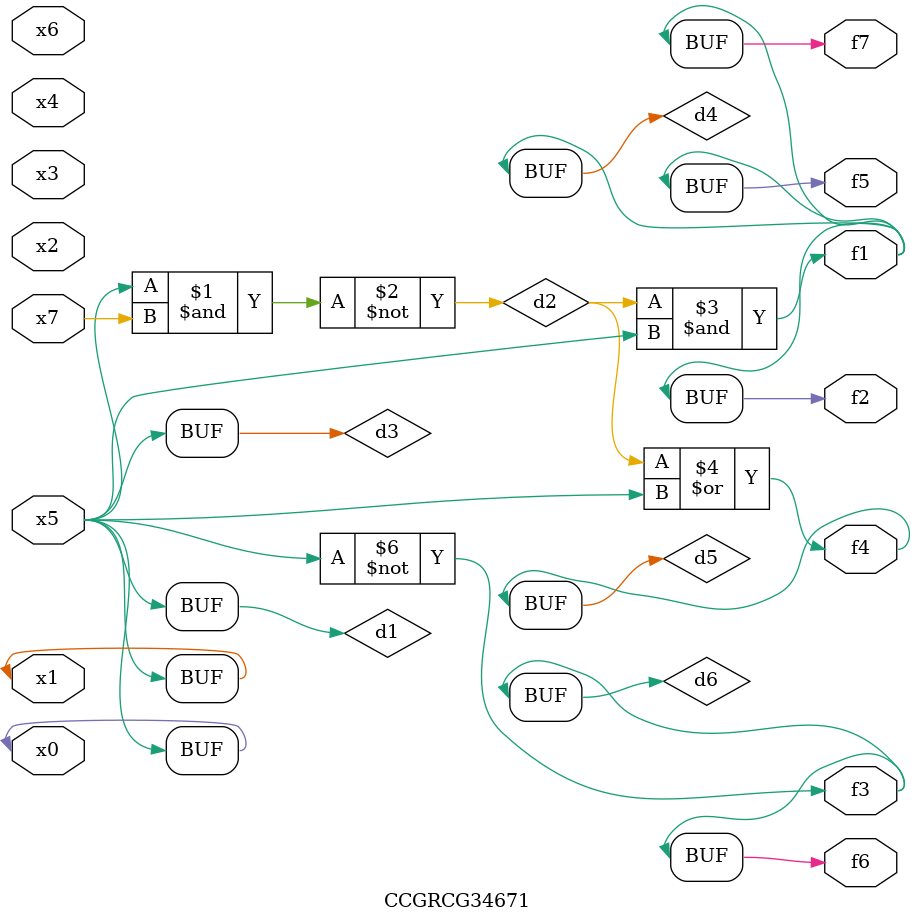
<source format=v>
module CCGRCG34671(
	input x0, x1, x2, x3, x4, x5, x6, x7,
	output f1, f2, f3, f4, f5, f6, f7
);

	wire d1, d2, d3, d4, d5, d6;

	buf (d1, x0, x5);
	nand (d2, x5, x7);
	buf (d3, x0, x1);
	and (d4, d2, d3);
	or (d5, d2, d3);
	nor (d6, d1, d3);
	assign f1 = d4;
	assign f2 = d4;
	assign f3 = d6;
	assign f4 = d5;
	assign f5 = d4;
	assign f6 = d6;
	assign f7 = d4;
endmodule

</source>
